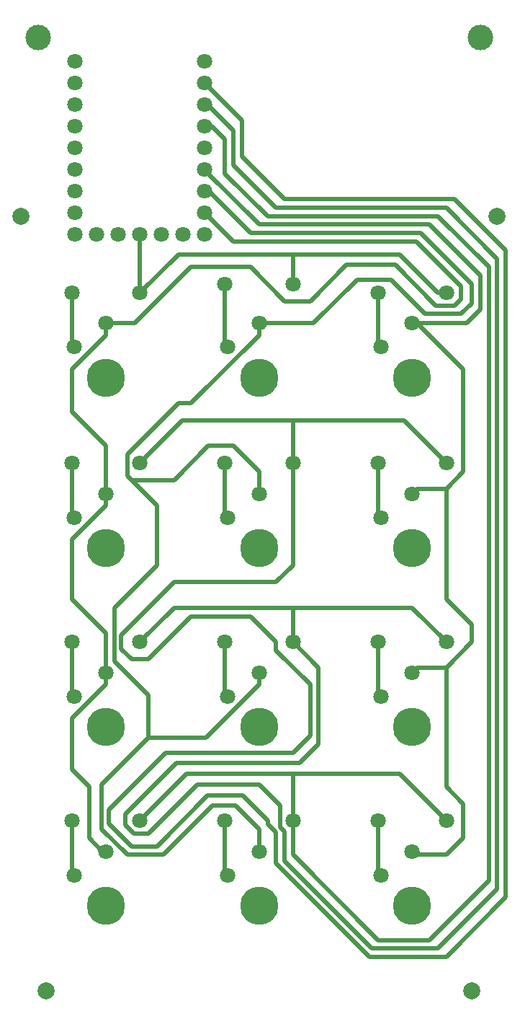
<source format=gbl>
G04 Layer: BottomLayer*
G04 EasyEDA v6.5.51, 2025-09-03 10:09:53*
G04 82822ffc499f437880ef7a522e439a80,3c8b1c4139ec4bbbaae9228842dbec63,10*
G04 Gerber Generator version 0.2*
G04 Scale: 100 percent, Rotated: No, Reflected: No *
G04 Dimensions in millimeters *
G04 leading zeros omitted , absolute positions ,4 integer and 5 decimal *
%FSLAX45Y45*%
%MOMM*%

%ADD10C,0.5000*%
%ADD11C,1.8000*%
%ADD12C,4.5000*%
%ADD13C,3.0000*%
%ADD14C,2.0000*%
%ADD15C,0.0106*%

%LPD*%
D10*
X2361945Y-938021D02*
G01*
X2800095Y-1376171D01*
X2800095Y-1800097D01*
X3299968Y-2299970D01*
X5299963Y-2299970D01*
X5899911Y-2899918D01*
X5899911Y-10500105D01*
X5199888Y-11199876D01*
X4299711Y-11199876D01*
X3199891Y-10100055D01*
X3199891Y-9738360D01*
X3100070Y-9638284D01*
X3100070Y-9599929D01*
X2805175Y-9305289D01*
X2394711Y-9305289D01*
X1800097Y-9899904D01*
X1499870Y-9899904D01*
X1230376Y-9630410D01*
X1230376Y-9469628D01*
X1899920Y-8800084D01*
X3399790Y-8800084D01*
X3599941Y-8599931D01*
X3599941Y-7999984D01*
X3199891Y-7599934D01*
X3199891Y-7499858D01*
X2899918Y-7199884D01*
X2200147Y-7199884D01*
X1700021Y-7700010D01*
X1499870Y-7700010D01*
X1380236Y-7580121D01*
X1380236Y-7419847D01*
X1999995Y-6800087D01*
X3199891Y-6800087D01*
X3400043Y-6599936D01*
X3400043Y-5400039D01*
X2361945Y-1192021D02*
G01*
X2391918Y-1192021D01*
X2700020Y-1500123D01*
X2700020Y-1899920D01*
X3200145Y-2400045D01*
X5199888Y-2400045D01*
X5800090Y-2999994D01*
X5800090Y-10400029D01*
X5100065Y-11100054D01*
X4325111Y-11100054D01*
X3299968Y-10074910D01*
X3299968Y-9724897D01*
X3249929Y-9674860D01*
X3249929Y-9424924D01*
X2999993Y-9174987D01*
X2275077Y-9174987D01*
X1700021Y-9750044D01*
X1525015Y-9750044D01*
X1424939Y-9649968D01*
X1424939Y-9525000D01*
X2024888Y-8925052D01*
X3474974Y-8925052D01*
X3700018Y-8700008D01*
X3700018Y-7799831D01*
X3400043Y-7499858D01*
X2361945Y-1446021D02*
G01*
X2446020Y-1446021D01*
X2599943Y-1599945D01*
X2599943Y-1999995D01*
X3100070Y-2500121D01*
X5100065Y-2500121D01*
X5700013Y-3100070D01*
X5700013Y-10299954D01*
X4999990Y-10999978D01*
X4400041Y-10999978D01*
X3400043Y-9999979D01*
X3400043Y-9599929D01*
X2361945Y-1954021D02*
G01*
X2361945Y-1961895D01*
X2999993Y-2599944D01*
X4999990Y-2599944D01*
X5599938Y-3199892D01*
X5599938Y-3599942D01*
X5439918Y-3759962D01*
X4800091Y-3759962D01*
X2361945Y-2208021D02*
G01*
X2407920Y-2208021D01*
X2899918Y-2700020D01*
X4899913Y-2700020D01*
X5500115Y-3299968D01*
X5500115Y-3525012D01*
X5374893Y-3649979D01*
X4949952Y-3649979D01*
X4549902Y-3249929D01*
X4150106Y-3249929D01*
X3640074Y-3759962D01*
X2999993Y-3759962D01*
X2361945Y-2462021D02*
G01*
X2700020Y-2800095D01*
X4849875Y-2800095D01*
X5374893Y-3325113D01*
X5374893Y-3474973D01*
X5299963Y-3549904D01*
X5074920Y-3549904D01*
X4599940Y-3074923D01*
X4024884Y-3074923D01*
X3599941Y-3499865D01*
X3299968Y-3499865D01*
X2899918Y-3100070D01*
X2199893Y-3100070D01*
X1540002Y-3759962D01*
X1199895Y-3759962D01*
X3399993Y-9599980D02*
G01*
X3399993Y-9050020D01*
X1599945Y-9599929D02*
G01*
X2149856Y-9050020D01*
X4649977Y-9050020D01*
X5199888Y-9599929D01*
X1499870Y-5599937D02*
G01*
X1800097Y-5899912D01*
X1800097Y-6599936D01*
X1299971Y-7100062D01*
X1299971Y-7724902D01*
X1700021Y-8124952D01*
X1700021Y-8625078D01*
X2999993Y-9960102D02*
G01*
X2999993Y-9700005D01*
X2724911Y-9424924D01*
X2450084Y-9424924D01*
X1875028Y-9999979D01*
X1450086Y-9999979D01*
X1150112Y-9700005D01*
X1150112Y-9174987D01*
X1700021Y-8625078D01*
X2374900Y-8625078D01*
X2999993Y-7999984D01*
X2999993Y-7860029D01*
X1449997Y-5299989D02*
G01*
X1450086Y-5299963D01*
X1450086Y-5550154D01*
X1499870Y-5599937D01*
X1999995Y-5599937D01*
X2400045Y-5199887D01*
X2700020Y-5199887D01*
X2999993Y-5499862D01*
X2999993Y-5759957D01*
X2999993Y-3759962D02*
G01*
X2999993Y-3900170D01*
X2199893Y-4700015D01*
X2050034Y-4700015D01*
X1450086Y-5299963D01*
X1450086Y-5299963D01*
X1199895Y-7860029D02*
G01*
X1199895Y-7999984D01*
X800100Y-8400034D01*
X800100Y-9000236D01*
X999997Y-9200134D01*
X999997Y-9800081D01*
X1160018Y-9960102D01*
X1199895Y-9960102D01*
X1199895Y-3759962D02*
G01*
X1199895Y-3899915D01*
X800100Y-4299965D01*
X800100Y-4800092D01*
X1199895Y-5199887D01*
X1199895Y-5759957D01*
X1199895Y-5759957D02*
G01*
X1199895Y-5900165D01*
X800100Y-6299962D01*
X800100Y-7000239D01*
X1199895Y-7400036D01*
X1199895Y-7860029D01*
X799998Y-3399993D02*
G01*
X799998Y-4009999D01*
X829995Y-4039996D01*
X2599994Y-3299993D02*
G01*
X2599994Y-4010126D01*
X2629890Y-4040022D01*
X4399991Y-3399993D02*
G01*
X4399991Y-4009999D01*
X4429988Y-4039996D01*
X799998Y-7499985D02*
G01*
X799998Y-8110118D01*
X829792Y-8139912D01*
X799998Y-5399989D02*
G01*
X799998Y-6010300D01*
X829792Y-6040094D01*
X2599994Y-5399989D02*
G01*
X2599994Y-6010198D01*
X2629890Y-6040094D01*
X4399991Y-5399989D02*
G01*
X4399991Y-6010097D01*
X4429988Y-6040094D01*
X2599994Y-7499985D02*
G01*
X2599994Y-8110016D01*
X2629890Y-8139912D01*
X4399991Y-7499985D02*
G01*
X4399991Y-8109915D01*
X4429988Y-8139912D01*
X799998Y-9599980D02*
G01*
X799998Y-10210190D01*
X829792Y-10239984D01*
X2599994Y-9599980D02*
G01*
X2599994Y-10210088D01*
X2629890Y-10239984D01*
X4399991Y-9599980D02*
G01*
X4399991Y-10209987D01*
X4429988Y-10239984D01*
X1599945Y-5400039D02*
G01*
X2100072Y-4899913D01*
X4700015Y-4899913D01*
X5199888Y-5400039D01*
X3399993Y-5399989D02*
G01*
X3399993Y-4899913D01*
X1599945Y-7499858D02*
G01*
X1999995Y-7100062D01*
X4800091Y-7100062D01*
X5199888Y-7499858D01*
X3399993Y-7499985D02*
G01*
X3399995Y-7099988D01*
X5199989Y-5699988D02*
G01*
X5199989Y-6999986D01*
X5499988Y-7299985D01*
X5499988Y-7499985D01*
X5199989Y-7799984D01*
X4859909Y-7799984D01*
X4799990Y-7859903D01*
X5199989Y-7799984D02*
G01*
X5199989Y-9199981D01*
X5399989Y-9399981D01*
X5399989Y-9799980D01*
X5199989Y-9999979D01*
X4839995Y-9999979D01*
X4799990Y-9959975D01*
X4800091Y-3759962D02*
G01*
X4860036Y-3759962D01*
X5400040Y-4299965D01*
X5400040Y-5499862D01*
X5199888Y-5700013D01*
X4860036Y-5700013D01*
X4800091Y-5759957D01*
X1599996Y-2716021D02*
G01*
X1599996Y-3399993D01*
X5199888Y-3400044D02*
G01*
X5100065Y-3400044D01*
X4649977Y-2949955D01*
X3400043Y-2949955D01*
X3400043Y-3299968D01*
X3400043Y-3299968D02*
G01*
X3400043Y-2949955D01*
X2050034Y-2949955D01*
X1599945Y-3400044D01*
D11*
G01*
X1599996Y-9599980D03*
G01*
X799998Y-9599980D03*
G01*
X3399993Y-9599980D03*
G01*
X2599994Y-9599980D03*
G01*
X5199989Y-9599980D03*
G01*
X4399991Y-9599980D03*
G01*
X1599996Y-7499985D03*
G01*
X799998Y-7499985D03*
G01*
X3399993Y-7499985D03*
G01*
X2599994Y-7499985D03*
G01*
X5199989Y-7499985D03*
G01*
X4399991Y-7499985D03*
G01*
X1599996Y-5399989D03*
G01*
X799998Y-5399989D03*
G01*
X3399993Y-5399989D03*
G01*
X2599994Y-5399989D03*
G01*
X5199989Y-5399989D03*
G01*
X4399991Y-5399989D03*
G01*
X1599996Y-3399993D03*
G01*
X799998Y-3399993D03*
G01*
X3399993Y-3299993D03*
G01*
X2599994Y-3299993D03*
G01*
X5199989Y-3399993D03*
G01*
X4399991Y-3399993D03*
G01*
X837996Y-684021D03*
G01*
X837996Y-938021D03*
G01*
X837996Y-1192021D03*
G01*
X837996Y-1446021D03*
G01*
X837996Y-1700021D03*
G01*
X837996Y-1954021D03*
G01*
X837996Y-2208021D03*
G01*
X837996Y-2462021D03*
G01*
X837996Y-2716021D03*
G01*
X1091996Y-2716021D03*
G01*
X2361996Y-938021D03*
G01*
X2107996Y-2716021D03*
G01*
X2361996Y-2716021D03*
G01*
X2361996Y-2462021D03*
G01*
X2361996Y-2208021D03*
G01*
X2361996Y-1954021D03*
G01*
X2361996Y-1700021D03*
G01*
X2361996Y-1446021D03*
G01*
X2361996Y-1192021D03*
G01*
X2361996Y-684021D03*
G01*
X1345996Y-2716021D03*
G01*
X1853996Y-2716021D03*
G01*
X1599996Y-2716021D03*
G01*
X1199997Y-3759987D03*
G01*
X829995Y-4039996D03*
D12*
G01*
X1199997Y-4399991D03*
D11*
G01*
X4799990Y-3759987D03*
G01*
X4429988Y-4039996D03*
D12*
G01*
X4799990Y-4399991D03*
D11*
G01*
X2999892Y-3760012D03*
G01*
X2629890Y-4040022D03*
D12*
G01*
X2999892Y-4400016D03*
D11*
G01*
X1199794Y-9959975D03*
G01*
X829792Y-10239984D03*
D12*
G01*
X1199794Y-10599978D03*
D11*
G01*
X2999892Y-9959975D03*
G01*
X2629890Y-10239984D03*
D12*
G01*
X2999892Y-10599978D03*
D11*
G01*
X4799990Y-9959975D03*
G01*
X4429988Y-10239984D03*
D12*
G01*
X4799990Y-10599978D03*
D11*
G01*
X1199794Y-7859903D03*
G01*
X829792Y-8139912D03*
D12*
G01*
X1199794Y-8499906D03*
D11*
G01*
X2999892Y-7859903D03*
G01*
X2629890Y-8139912D03*
D12*
G01*
X2999892Y-8499906D03*
D11*
G01*
X4799990Y-7859903D03*
G01*
X4429988Y-8139912D03*
D12*
G01*
X4799990Y-8499906D03*
D11*
G01*
X1199794Y-5760085D03*
G01*
X829792Y-6040094D03*
D12*
G01*
X1199794Y-6400088D03*
D11*
G01*
X2999892Y-5760085D03*
G01*
X2629890Y-6040094D03*
D12*
G01*
X2999892Y-6400088D03*
D11*
G01*
X4799990Y-5760085D03*
G01*
X4429988Y-6040094D03*
D12*
G01*
X4799990Y-6400088D03*
D13*
G01*
X399999Y-399999D03*
G01*
X5599988Y-399999D03*
D14*
G01*
X5499887Y-11600002D03*
G01*
X499897Y-11600002D03*
G01*
X5799988Y-2499995D03*
G01*
X199999Y-2499995D03*
M02*

</source>
